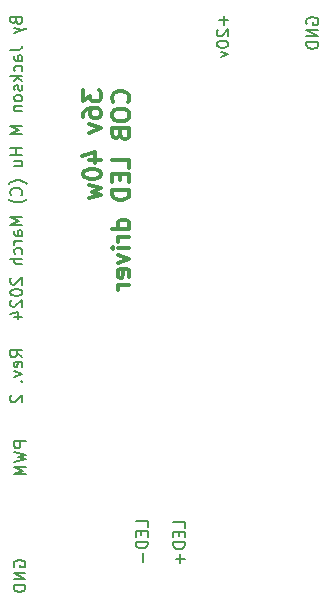
<source format=gbo>
G04 #@! TF.GenerationSoftware,KiCad,Pcbnew,8.0.0*
G04 #@! TF.CreationDate,2024-02-29T15:27:24+11:00*
G04 #@! TF.ProjectId,GingerLight,47696e67-6572-44c6-9967-68742e6b6963,rev?*
G04 #@! TF.SameCoordinates,Original*
G04 #@! TF.FileFunction,Legend,Bot*
G04 #@! TF.FilePolarity,Positive*
%FSLAX46Y46*%
G04 Gerber Fmt 4.6, Leading zero omitted, Abs format (unit mm)*
G04 Created by KiCad (PCBNEW 8.0.0) date 2024-02-29 15:27:24*
%MOMM*%
%LPD*%
G01*
G04 APERTURE LIST*
%ADD10C,0.150000*%
%ADD11C,0.300000*%
G04 APERTURE END LIST*
D10*
X138677438Y-134420588D02*
X138629819Y-134325350D01*
X138629819Y-134325350D02*
X138629819Y-134182493D01*
X138629819Y-134182493D02*
X138677438Y-134039636D01*
X138677438Y-134039636D02*
X138772676Y-133944398D01*
X138772676Y-133944398D02*
X138867914Y-133896779D01*
X138867914Y-133896779D02*
X139058390Y-133849160D01*
X139058390Y-133849160D02*
X139201247Y-133849160D01*
X139201247Y-133849160D02*
X139391723Y-133896779D01*
X139391723Y-133896779D02*
X139486961Y-133944398D01*
X139486961Y-133944398D02*
X139582200Y-134039636D01*
X139582200Y-134039636D02*
X139629819Y-134182493D01*
X139629819Y-134182493D02*
X139629819Y-134277731D01*
X139629819Y-134277731D02*
X139582200Y-134420588D01*
X139582200Y-134420588D02*
X139534580Y-134468207D01*
X139534580Y-134468207D02*
X139201247Y-134468207D01*
X139201247Y-134468207D02*
X139201247Y-134277731D01*
X139629819Y-134896779D02*
X138629819Y-134896779D01*
X138629819Y-134896779D02*
X139629819Y-135468207D01*
X139629819Y-135468207D02*
X138629819Y-135468207D01*
X139629819Y-135944398D02*
X138629819Y-135944398D01*
X138629819Y-135944398D02*
X138629819Y-136182493D01*
X138629819Y-136182493D02*
X138677438Y-136325350D01*
X138677438Y-136325350D02*
X138772676Y-136420588D01*
X138772676Y-136420588D02*
X138867914Y-136468207D01*
X138867914Y-136468207D02*
X139058390Y-136515826D01*
X139058390Y-136515826D02*
X139201247Y-136515826D01*
X139201247Y-136515826D02*
X139391723Y-136468207D01*
X139391723Y-136468207D02*
X139486961Y-136420588D01*
X139486961Y-136420588D02*
X139582200Y-136325350D01*
X139582200Y-136325350D02*
X139629819Y-136182493D01*
X139629819Y-136182493D02*
X139629819Y-135944398D01*
X138836009Y-88180112D02*
X138883628Y-88322969D01*
X138883628Y-88322969D02*
X138931247Y-88370588D01*
X138931247Y-88370588D02*
X139026485Y-88418207D01*
X139026485Y-88418207D02*
X139169342Y-88418207D01*
X139169342Y-88418207D02*
X139264580Y-88370588D01*
X139264580Y-88370588D02*
X139312200Y-88322969D01*
X139312200Y-88322969D02*
X139359819Y-88227731D01*
X139359819Y-88227731D02*
X139359819Y-87846779D01*
X139359819Y-87846779D02*
X138359819Y-87846779D01*
X138359819Y-87846779D02*
X138359819Y-88180112D01*
X138359819Y-88180112D02*
X138407438Y-88275350D01*
X138407438Y-88275350D02*
X138455057Y-88322969D01*
X138455057Y-88322969D02*
X138550295Y-88370588D01*
X138550295Y-88370588D02*
X138645533Y-88370588D01*
X138645533Y-88370588D02*
X138740771Y-88322969D01*
X138740771Y-88322969D02*
X138788390Y-88275350D01*
X138788390Y-88275350D02*
X138836009Y-88180112D01*
X138836009Y-88180112D02*
X138836009Y-87846779D01*
X138693152Y-88751541D02*
X139359819Y-88989636D01*
X138693152Y-89227731D02*
X139359819Y-88989636D01*
X139359819Y-88989636D02*
X139597914Y-88894398D01*
X139597914Y-88894398D02*
X139645533Y-88846779D01*
X139645533Y-88846779D02*
X139693152Y-88751541D01*
X138359819Y-90656303D02*
X139074104Y-90656303D01*
X139074104Y-90656303D02*
X139216961Y-90608684D01*
X139216961Y-90608684D02*
X139312200Y-90513446D01*
X139312200Y-90513446D02*
X139359819Y-90370589D01*
X139359819Y-90370589D02*
X139359819Y-90275351D01*
X139359819Y-91561065D02*
X138836009Y-91561065D01*
X138836009Y-91561065D02*
X138740771Y-91513446D01*
X138740771Y-91513446D02*
X138693152Y-91418208D01*
X138693152Y-91418208D02*
X138693152Y-91227732D01*
X138693152Y-91227732D02*
X138740771Y-91132494D01*
X139312200Y-91561065D02*
X139359819Y-91465827D01*
X139359819Y-91465827D02*
X139359819Y-91227732D01*
X139359819Y-91227732D02*
X139312200Y-91132494D01*
X139312200Y-91132494D02*
X139216961Y-91084875D01*
X139216961Y-91084875D02*
X139121723Y-91084875D01*
X139121723Y-91084875D02*
X139026485Y-91132494D01*
X139026485Y-91132494D02*
X138978866Y-91227732D01*
X138978866Y-91227732D02*
X138978866Y-91465827D01*
X138978866Y-91465827D02*
X138931247Y-91561065D01*
X139312200Y-92465827D02*
X139359819Y-92370589D01*
X139359819Y-92370589D02*
X139359819Y-92180113D01*
X139359819Y-92180113D02*
X139312200Y-92084875D01*
X139312200Y-92084875D02*
X139264580Y-92037256D01*
X139264580Y-92037256D02*
X139169342Y-91989637D01*
X139169342Y-91989637D02*
X138883628Y-91989637D01*
X138883628Y-91989637D02*
X138788390Y-92037256D01*
X138788390Y-92037256D02*
X138740771Y-92084875D01*
X138740771Y-92084875D02*
X138693152Y-92180113D01*
X138693152Y-92180113D02*
X138693152Y-92370589D01*
X138693152Y-92370589D02*
X138740771Y-92465827D01*
X139359819Y-92894399D02*
X138359819Y-92894399D01*
X138978866Y-92989637D02*
X139359819Y-93275351D01*
X138693152Y-93275351D02*
X139074104Y-92894399D01*
X139312200Y-93656304D02*
X139359819Y-93751542D01*
X139359819Y-93751542D02*
X139359819Y-93942018D01*
X139359819Y-93942018D02*
X139312200Y-94037256D01*
X139312200Y-94037256D02*
X139216961Y-94084875D01*
X139216961Y-94084875D02*
X139169342Y-94084875D01*
X139169342Y-94084875D02*
X139074104Y-94037256D01*
X139074104Y-94037256D02*
X139026485Y-93942018D01*
X139026485Y-93942018D02*
X139026485Y-93799161D01*
X139026485Y-93799161D02*
X138978866Y-93703923D01*
X138978866Y-93703923D02*
X138883628Y-93656304D01*
X138883628Y-93656304D02*
X138836009Y-93656304D01*
X138836009Y-93656304D02*
X138740771Y-93703923D01*
X138740771Y-93703923D02*
X138693152Y-93799161D01*
X138693152Y-93799161D02*
X138693152Y-93942018D01*
X138693152Y-93942018D02*
X138740771Y-94037256D01*
X139359819Y-94656304D02*
X139312200Y-94561066D01*
X139312200Y-94561066D02*
X139264580Y-94513447D01*
X139264580Y-94513447D02*
X139169342Y-94465828D01*
X139169342Y-94465828D02*
X138883628Y-94465828D01*
X138883628Y-94465828D02*
X138788390Y-94513447D01*
X138788390Y-94513447D02*
X138740771Y-94561066D01*
X138740771Y-94561066D02*
X138693152Y-94656304D01*
X138693152Y-94656304D02*
X138693152Y-94799161D01*
X138693152Y-94799161D02*
X138740771Y-94894399D01*
X138740771Y-94894399D02*
X138788390Y-94942018D01*
X138788390Y-94942018D02*
X138883628Y-94989637D01*
X138883628Y-94989637D02*
X139169342Y-94989637D01*
X139169342Y-94989637D02*
X139264580Y-94942018D01*
X139264580Y-94942018D02*
X139312200Y-94894399D01*
X139312200Y-94894399D02*
X139359819Y-94799161D01*
X139359819Y-94799161D02*
X139359819Y-94656304D01*
X138693152Y-95418209D02*
X139359819Y-95418209D01*
X138788390Y-95418209D02*
X138740771Y-95465828D01*
X138740771Y-95465828D02*
X138693152Y-95561066D01*
X138693152Y-95561066D02*
X138693152Y-95703923D01*
X138693152Y-95703923D02*
X138740771Y-95799161D01*
X138740771Y-95799161D02*
X138836009Y-95846780D01*
X138836009Y-95846780D02*
X139359819Y-95846780D01*
X139359819Y-97084876D02*
X138359819Y-97084876D01*
X138359819Y-97084876D02*
X139074104Y-97418209D01*
X139074104Y-97418209D02*
X138359819Y-97751542D01*
X138359819Y-97751542D02*
X139359819Y-97751542D01*
X139359819Y-98989638D02*
X138359819Y-98989638D01*
X138836009Y-98989638D02*
X138836009Y-99561066D01*
X139359819Y-99561066D02*
X138359819Y-99561066D01*
X138693152Y-100465828D02*
X139359819Y-100465828D01*
X138693152Y-100037257D02*
X139216961Y-100037257D01*
X139216961Y-100037257D02*
X139312200Y-100084876D01*
X139312200Y-100084876D02*
X139359819Y-100180114D01*
X139359819Y-100180114D02*
X139359819Y-100322971D01*
X139359819Y-100322971D02*
X139312200Y-100418209D01*
X139312200Y-100418209D02*
X139264580Y-100465828D01*
X139740771Y-101989638D02*
X139693152Y-101942019D01*
X139693152Y-101942019D02*
X139550295Y-101846781D01*
X139550295Y-101846781D02*
X139455057Y-101799162D01*
X139455057Y-101799162D02*
X139312200Y-101751543D01*
X139312200Y-101751543D02*
X139074104Y-101703924D01*
X139074104Y-101703924D02*
X138883628Y-101703924D01*
X138883628Y-101703924D02*
X138645533Y-101751543D01*
X138645533Y-101751543D02*
X138502676Y-101799162D01*
X138502676Y-101799162D02*
X138407438Y-101846781D01*
X138407438Y-101846781D02*
X138264580Y-101942019D01*
X138264580Y-101942019D02*
X138216961Y-101989638D01*
X139264580Y-102942019D02*
X139312200Y-102894400D01*
X139312200Y-102894400D02*
X139359819Y-102751543D01*
X139359819Y-102751543D02*
X139359819Y-102656305D01*
X139359819Y-102656305D02*
X139312200Y-102513448D01*
X139312200Y-102513448D02*
X139216961Y-102418210D01*
X139216961Y-102418210D02*
X139121723Y-102370591D01*
X139121723Y-102370591D02*
X138931247Y-102322972D01*
X138931247Y-102322972D02*
X138788390Y-102322972D01*
X138788390Y-102322972D02*
X138597914Y-102370591D01*
X138597914Y-102370591D02*
X138502676Y-102418210D01*
X138502676Y-102418210D02*
X138407438Y-102513448D01*
X138407438Y-102513448D02*
X138359819Y-102656305D01*
X138359819Y-102656305D02*
X138359819Y-102751543D01*
X138359819Y-102751543D02*
X138407438Y-102894400D01*
X138407438Y-102894400D02*
X138455057Y-102942019D01*
X139740771Y-103275353D02*
X139693152Y-103322972D01*
X139693152Y-103322972D02*
X139550295Y-103418210D01*
X139550295Y-103418210D02*
X139455057Y-103465829D01*
X139455057Y-103465829D02*
X139312200Y-103513448D01*
X139312200Y-103513448D02*
X139074104Y-103561067D01*
X139074104Y-103561067D02*
X138883628Y-103561067D01*
X138883628Y-103561067D02*
X138645533Y-103513448D01*
X138645533Y-103513448D02*
X138502676Y-103465829D01*
X138502676Y-103465829D02*
X138407438Y-103418210D01*
X138407438Y-103418210D02*
X138264580Y-103322972D01*
X138264580Y-103322972D02*
X138216961Y-103275353D01*
X139359819Y-104799163D02*
X138359819Y-104799163D01*
X138359819Y-104799163D02*
X139074104Y-105132496D01*
X139074104Y-105132496D02*
X138359819Y-105465829D01*
X138359819Y-105465829D02*
X139359819Y-105465829D01*
X139359819Y-106370591D02*
X138836009Y-106370591D01*
X138836009Y-106370591D02*
X138740771Y-106322972D01*
X138740771Y-106322972D02*
X138693152Y-106227734D01*
X138693152Y-106227734D02*
X138693152Y-106037258D01*
X138693152Y-106037258D02*
X138740771Y-105942020D01*
X139312200Y-106370591D02*
X139359819Y-106275353D01*
X139359819Y-106275353D02*
X139359819Y-106037258D01*
X139359819Y-106037258D02*
X139312200Y-105942020D01*
X139312200Y-105942020D02*
X139216961Y-105894401D01*
X139216961Y-105894401D02*
X139121723Y-105894401D01*
X139121723Y-105894401D02*
X139026485Y-105942020D01*
X139026485Y-105942020D02*
X138978866Y-106037258D01*
X138978866Y-106037258D02*
X138978866Y-106275353D01*
X138978866Y-106275353D02*
X138931247Y-106370591D01*
X139359819Y-106846782D02*
X138693152Y-106846782D01*
X138883628Y-106846782D02*
X138788390Y-106894401D01*
X138788390Y-106894401D02*
X138740771Y-106942020D01*
X138740771Y-106942020D02*
X138693152Y-107037258D01*
X138693152Y-107037258D02*
X138693152Y-107132496D01*
X139312200Y-107894401D02*
X139359819Y-107799163D01*
X139359819Y-107799163D02*
X139359819Y-107608687D01*
X139359819Y-107608687D02*
X139312200Y-107513449D01*
X139312200Y-107513449D02*
X139264580Y-107465830D01*
X139264580Y-107465830D02*
X139169342Y-107418211D01*
X139169342Y-107418211D02*
X138883628Y-107418211D01*
X138883628Y-107418211D02*
X138788390Y-107465830D01*
X138788390Y-107465830D02*
X138740771Y-107513449D01*
X138740771Y-107513449D02*
X138693152Y-107608687D01*
X138693152Y-107608687D02*
X138693152Y-107799163D01*
X138693152Y-107799163D02*
X138740771Y-107894401D01*
X139359819Y-108322973D02*
X138359819Y-108322973D01*
X139359819Y-108751544D02*
X138836009Y-108751544D01*
X138836009Y-108751544D02*
X138740771Y-108703925D01*
X138740771Y-108703925D02*
X138693152Y-108608687D01*
X138693152Y-108608687D02*
X138693152Y-108465830D01*
X138693152Y-108465830D02*
X138740771Y-108370592D01*
X138740771Y-108370592D02*
X138788390Y-108322973D01*
X138455057Y-109942021D02*
X138407438Y-109989640D01*
X138407438Y-109989640D02*
X138359819Y-110084878D01*
X138359819Y-110084878D02*
X138359819Y-110322973D01*
X138359819Y-110322973D02*
X138407438Y-110418211D01*
X138407438Y-110418211D02*
X138455057Y-110465830D01*
X138455057Y-110465830D02*
X138550295Y-110513449D01*
X138550295Y-110513449D02*
X138645533Y-110513449D01*
X138645533Y-110513449D02*
X138788390Y-110465830D01*
X138788390Y-110465830D02*
X139359819Y-109894402D01*
X139359819Y-109894402D02*
X139359819Y-110513449D01*
X138359819Y-111132497D02*
X138359819Y-111227735D01*
X138359819Y-111227735D02*
X138407438Y-111322973D01*
X138407438Y-111322973D02*
X138455057Y-111370592D01*
X138455057Y-111370592D02*
X138550295Y-111418211D01*
X138550295Y-111418211D02*
X138740771Y-111465830D01*
X138740771Y-111465830D02*
X138978866Y-111465830D01*
X138978866Y-111465830D02*
X139169342Y-111418211D01*
X139169342Y-111418211D02*
X139264580Y-111370592D01*
X139264580Y-111370592D02*
X139312200Y-111322973D01*
X139312200Y-111322973D02*
X139359819Y-111227735D01*
X139359819Y-111227735D02*
X139359819Y-111132497D01*
X139359819Y-111132497D02*
X139312200Y-111037259D01*
X139312200Y-111037259D02*
X139264580Y-110989640D01*
X139264580Y-110989640D02*
X139169342Y-110942021D01*
X139169342Y-110942021D02*
X138978866Y-110894402D01*
X138978866Y-110894402D02*
X138740771Y-110894402D01*
X138740771Y-110894402D02*
X138550295Y-110942021D01*
X138550295Y-110942021D02*
X138455057Y-110989640D01*
X138455057Y-110989640D02*
X138407438Y-111037259D01*
X138407438Y-111037259D02*
X138359819Y-111132497D01*
X138455057Y-111846783D02*
X138407438Y-111894402D01*
X138407438Y-111894402D02*
X138359819Y-111989640D01*
X138359819Y-111989640D02*
X138359819Y-112227735D01*
X138359819Y-112227735D02*
X138407438Y-112322973D01*
X138407438Y-112322973D02*
X138455057Y-112370592D01*
X138455057Y-112370592D02*
X138550295Y-112418211D01*
X138550295Y-112418211D02*
X138645533Y-112418211D01*
X138645533Y-112418211D02*
X138788390Y-112370592D01*
X138788390Y-112370592D02*
X139359819Y-111799164D01*
X139359819Y-111799164D02*
X139359819Y-112418211D01*
X138693152Y-113275354D02*
X139359819Y-113275354D01*
X138312200Y-113037259D02*
X139026485Y-112799164D01*
X139026485Y-112799164D02*
X139026485Y-113418211D01*
X139359819Y-116656307D02*
X138883628Y-116322974D01*
X139359819Y-116084879D02*
X138359819Y-116084879D01*
X138359819Y-116084879D02*
X138359819Y-116465831D01*
X138359819Y-116465831D02*
X138407438Y-116561069D01*
X138407438Y-116561069D02*
X138455057Y-116608688D01*
X138455057Y-116608688D02*
X138550295Y-116656307D01*
X138550295Y-116656307D02*
X138693152Y-116656307D01*
X138693152Y-116656307D02*
X138788390Y-116608688D01*
X138788390Y-116608688D02*
X138836009Y-116561069D01*
X138836009Y-116561069D02*
X138883628Y-116465831D01*
X138883628Y-116465831D02*
X138883628Y-116084879D01*
X139312200Y-117465831D02*
X139359819Y-117370593D01*
X139359819Y-117370593D02*
X139359819Y-117180117D01*
X139359819Y-117180117D02*
X139312200Y-117084879D01*
X139312200Y-117084879D02*
X139216961Y-117037260D01*
X139216961Y-117037260D02*
X138836009Y-117037260D01*
X138836009Y-117037260D02*
X138740771Y-117084879D01*
X138740771Y-117084879D02*
X138693152Y-117180117D01*
X138693152Y-117180117D02*
X138693152Y-117370593D01*
X138693152Y-117370593D02*
X138740771Y-117465831D01*
X138740771Y-117465831D02*
X138836009Y-117513450D01*
X138836009Y-117513450D02*
X138931247Y-117513450D01*
X138931247Y-117513450D02*
X139026485Y-117037260D01*
X138693152Y-117846784D02*
X139359819Y-118084879D01*
X139359819Y-118084879D02*
X138693152Y-118322974D01*
X139264580Y-118703927D02*
X139312200Y-118751546D01*
X139312200Y-118751546D02*
X139359819Y-118703927D01*
X139359819Y-118703927D02*
X139312200Y-118656308D01*
X139312200Y-118656308D02*
X139264580Y-118703927D01*
X139264580Y-118703927D02*
X139359819Y-118703927D01*
X138455057Y-119894403D02*
X138407438Y-119942022D01*
X138407438Y-119942022D02*
X138359819Y-120037260D01*
X138359819Y-120037260D02*
X138359819Y-120275355D01*
X138359819Y-120275355D02*
X138407438Y-120370593D01*
X138407438Y-120370593D02*
X138455057Y-120418212D01*
X138455057Y-120418212D02*
X138550295Y-120465831D01*
X138550295Y-120465831D02*
X138645533Y-120465831D01*
X138645533Y-120465831D02*
X138788390Y-120418212D01*
X138788390Y-120418212D02*
X139359819Y-119846784D01*
X139359819Y-119846784D02*
X139359819Y-120465831D01*
X149979819Y-131042969D02*
X149979819Y-130566779D01*
X149979819Y-130566779D02*
X148979819Y-130566779D01*
X149456009Y-131376303D02*
X149456009Y-131709636D01*
X149979819Y-131852493D02*
X149979819Y-131376303D01*
X149979819Y-131376303D02*
X148979819Y-131376303D01*
X148979819Y-131376303D02*
X148979819Y-131852493D01*
X149979819Y-132281065D02*
X148979819Y-132281065D01*
X148979819Y-132281065D02*
X148979819Y-132519160D01*
X148979819Y-132519160D02*
X149027438Y-132662017D01*
X149027438Y-132662017D02*
X149122676Y-132757255D01*
X149122676Y-132757255D02*
X149217914Y-132804874D01*
X149217914Y-132804874D02*
X149408390Y-132852493D01*
X149408390Y-132852493D02*
X149551247Y-132852493D01*
X149551247Y-132852493D02*
X149741723Y-132804874D01*
X149741723Y-132804874D02*
X149836961Y-132757255D01*
X149836961Y-132757255D02*
X149932200Y-132662017D01*
X149932200Y-132662017D02*
X149979819Y-132519160D01*
X149979819Y-132519160D02*
X149979819Y-132281065D01*
X149598866Y-133281065D02*
X149598866Y-134042970D01*
X163477438Y-88450588D02*
X163429819Y-88355350D01*
X163429819Y-88355350D02*
X163429819Y-88212493D01*
X163429819Y-88212493D02*
X163477438Y-88069636D01*
X163477438Y-88069636D02*
X163572676Y-87974398D01*
X163572676Y-87974398D02*
X163667914Y-87926779D01*
X163667914Y-87926779D02*
X163858390Y-87879160D01*
X163858390Y-87879160D02*
X164001247Y-87879160D01*
X164001247Y-87879160D02*
X164191723Y-87926779D01*
X164191723Y-87926779D02*
X164286961Y-87974398D01*
X164286961Y-87974398D02*
X164382200Y-88069636D01*
X164382200Y-88069636D02*
X164429819Y-88212493D01*
X164429819Y-88212493D02*
X164429819Y-88307731D01*
X164429819Y-88307731D02*
X164382200Y-88450588D01*
X164382200Y-88450588D02*
X164334580Y-88498207D01*
X164334580Y-88498207D02*
X164001247Y-88498207D01*
X164001247Y-88498207D02*
X164001247Y-88307731D01*
X164429819Y-88926779D02*
X163429819Y-88926779D01*
X163429819Y-88926779D02*
X164429819Y-89498207D01*
X164429819Y-89498207D02*
X163429819Y-89498207D01*
X164429819Y-89974398D02*
X163429819Y-89974398D01*
X163429819Y-89974398D02*
X163429819Y-90212493D01*
X163429819Y-90212493D02*
X163477438Y-90355350D01*
X163477438Y-90355350D02*
X163572676Y-90450588D01*
X163572676Y-90450588D02*
X163667914Y-90498207D01*
X163667914Y-90498207D02*
X163858390Y-90545826D01*
X163858390Y-90545826D02*
X164001247Y-90545826D01*
X164001247Y-90545826D02*
X164191723Y-90498207D01*
X164191723Y-90498207D02*
X164286961Y-90450588D01*
X164286961Y-90450588D02*
X164382200Y-90355350D01*
X164382200Y-90355350D02*
X164429819Y-90212493D01*
X164429819Y-90212493D02*
X164429819Y-89974398D01*
X156438866Y-87736779D02*
X156438866Y-88498684D01*
X156819819Y-88117731D02*
X156057914Y-88117731D01*
X155915057Y-88927255D02*
X155867438Y-88974874D01*
X155867438Y-88974874D02*
X155819819Y-89070112D01*
X155819819Y-89070112D02*
X155819819Y-89308207D01*
X155819819Y-89308207D02*
X155867438Y-89403445D01*
X155867438Y-89403445D02*
X155915057Y-89451064D01*
X155915057Y-89451064D02*
X156010295Y-89498683D01*
X156010295Y-89498683D02*
X156105533Y-89498683D01*
X156105533Y-89498683D02*
X156248390Y-89451064D01*
X156248390Y-89451064D02*
X156819819Y-88879636D01*
X156819819Y-88879636D02*
X156819819Y-89498683D01*
X155819819Y-90117731D02*
X155819819Y-90212969D01*
X155819819Y-90212969D02*
X155867438Y-90308207D01*
X155867438Y-90308207D02*
X155915057Y-90355826D01*
X155915057Y-90355826D02*
X156010295Y-90403445D01*
X156010295Y-90403445D02*
X156200771Y-90451064D01*
X156200771Y-90451064D02*
X156438866Y-90451064D01*
X156438866Y-90451064D02*
X156629342Y-90403445D01*
X156629342Y-90403445D02*
X156724580Y-90355826D01*
X156724580Y-90355826D02*
X156772200Y-90308207D01*
X156772200Y-90308207D02*
X156819819Y-90212969D01*
X156819819Y-90212969D02*
X156819819Y-90117731D01*
X156819819Y-90117731D02*
X156772200Y-90022493D01*
X156772200Y-90022493D02*
X156724580Y-89974874D01*
X156724580Y-89974874D02*
X156629342Y-89927255D01*
X156629342Y-89927255D02*
X156438866Y-89879636D01*
X156438866Y-89879636D02*
X156200771Y-89879636D01*
X156200771Y-89879636D02*
X156010295Y-89927255D01*
X156010295Y-89927255D02*
X155915057Y-89974874D01*
X155915057Y-89974874D02*
X155867438Y-90022493D01*
X155867438Y-90022493D02*
X155819819Y-90117731D01*
X156153152Y-90784398D02*
X156819819Y-91022493D01*
X156819819Y-91022493D02*
X156153152Y-91260588D01*
D11*
X144525912Y-94081653D02*
X144525912Y-95010225D01*
X144525912Y-95010225D02*
X145097341Y-94510225D01*
X145097341Y-94510225D02*
X145097341Y-94724510D01*
X145097341Y-94724510D02*
X145168769Y-94867368D01*
X145168769Y-94867368D02*
X145240198Y-94938796D01*
X145240198Y-94938796D02*
X145383055Y-95010225D01*
X145383055Y-95010225D02*
X145740198Y-95010225D01*
X145740198Y-95010225D02*
X145883055Y-94938796D01*
X145883055Y-94938796D02*
X145954484Y-94867368D01*
X145954484Y-94867368D02*
X146025912Y-94724510D01*
X146025912Y-94724510D02*
X146025912Y-94295939D01*
X146025912Y-94295939D02*
X145954484Y-94153082D01*
X145954484Y-94153082D02*
X145883055Y-94081653D01*
X144525912Y-96295939D02*
X144525912Y-96010224D01*
X144525912Y-96010224D02*
X144597341Y-95867367D01*
X144597341Y-95867367D02*
X144668769Y-95795939D01*
X144668769Y-95795939D02*
X144883055Y-95653081D01*
X144883055Y-95653081D02*
X145168769Y-95581653D01*
X145168769Y-95581653D02*
X145740198Y-95581653D01*
X145740198Y-95581653D02*
X145883055Y-95653081D01*
X145883055Y-95653081D02*
X145954484Y-95724510D01*
X145954484Y-95724510D02*
X146025912Y-95867367D01*
X146025912Y-95867367D02*
X146025912Y-96153081D01*
X146025912Y-96153081D02*
X145954484Y-96295939D01*
X145954484Y-96295939D02*
X145883055Y-96367367D01*
X145883055Y-96367367D02*
X145740198Y-96438796D01*
X145740198Y-96438796D02*
X145383055Y-96438796D01*
X145383055Y-96438796D02*
X145240198Y-96367367D01*
X145240198Y-96367367D02*
X145168769Y-96295939D01*
X145168769Y-96295939D02*
X145097341Y-96153081D01*
X145097341Y-96153081D02*
X145097341Y-95867367D01*
X145097341Y-95867367D02*
X145168769Y-95724510D01*
X145168769Y-95724510D02*
X145240198Y-95653081D01*
X145240198Y-95653081D02*
X145383055Y-95581653D01*
X145025912Y-96938795D02*
X146025912Y-97295938D01*
X146025912Y-97295938D02*
X145025912Y-97653081D01*
X145025912Y-100010224D02*
X146025912Y-100010224D01*
X144454484Y-99653081D02*
X145525912Y-99295938D01*
X145525912Y-99295938D02*
X145525912Y-100224509D01*
X144525912Y-101081652D02*
X144525912Y-101224509D01*
X144525912Y-101224509D02*
X144597341Y-101367366D01*
X144597341Y-101367366D02*
X144668769Y-101438795D01*
X144668769Y-101438795D02*
X144811626Y-101510223D01*
X144811626Y-101510223D02*
X145097341Y-101581652D01*
X145097341Y-101581652D02*
X145454484Y-101581652D01*
X145454484Y-101581652D02*
X145740198Y-101510223D01*
X145740198Y-101510223D02*
X145883055Y-101438795D01*
X145883055Y-101438795D02*
X145954484Y-101367366D01*
X145954484Y-101367366D02*
X146025912Y-101224509D01*
X146025912Y-101224509D02*
X146025912Y-101081652D01*
X146025912Y-101081652D02*
X145954484Y-100938795D01*
X145954484Y-100938795D02*
X145883055Y-100867366D01*
X145883055Y-100867366D02*
X145740198Y-100795937D01*
X145740198Y-100795937D02*
X145454484Y-100724509D01*
X145454484Y-100724509D02*
X145097341Y-100724509D01*
X145097341Y-100724509D02*
X144811626Y-100795937D01*
X144811626Y-100795937D02*
X144668769Y-100867366D01*
X144668769Y-100867366D02*
X144597341Y-100938795D01*
X144597341Y-100938795D02*
X144525912Y-101081652D01*
X145025912Y-102081651D02*
X146025912Y-102367366D01*
X146025912Y-102367366D02*
X145311626Y-102653080D01*
X145311626Y-102653080D02*
X146025912Y-102938794D01*
X146025912Y-102938794D02*
X145025912Y-103224508D01*
X148297971Y-95081653D02*
X148369400Y-95010225D01*
X148369400Y-95010225D02*
X148440828Y-94795939D01*
X148440828Y-94795939D02*
X148440828Y-94653082D01*
X148440828Y-94653082D02*
X148369400Y-94438796D01*
X148369400Y-94438796D02*
X148226542Y-94295939D01*
X148226542Y-94295939D02*
X148083685Y-94224510D01*
X148083685Y-94224510D02*
X147797971Y-94153082D01*
X147797971Y-94153082D02*
X147583685Y-94153082D01*
X147583685Y-94153082D02*
X147297971Y-94224510D01*
X147297971Y-94224510D02*
X147155114Y-94295939D01*
X147155114Y-94295939D02*
X147012257Y-94438796D01*
X147012257Y-94438796D02*
X146940828Y-94653082D01*
X146940828Y-94653082D02*
X146940828Y-94795939D01*
X146940828Y-94795939D02*
X147012257Y-95010225D01*
X147012257Y-95010225D02*
X147083685Y-95081653D01*
X146940828Y-96010225D02*
X146940828Y-96295939D01*
X146940828Y-96295939D02*
X147012257Y-96438796D01*
X147012257Y-96438796D02*
X147155114Y-96581653D01*
X147155114Y-96581653D02*
X147440828Y-96653082D01*
X147440828Y-96653082D02*
X147940828Y-96653082D01*
X147940828Y-96653082D02*
X148226542Y-96581653D01*
X148226542Y-96581653D02*
X148369400Y-96438796D01*
X148369400Y-96438796D02*
X148440828Y-96295939D01*
X148440828Y-96295939D02*
X148440828Y-96010225D01*
X148440828Y-96010225D02*
X148369400Y-95867368D01*
X148369400Y-95867368D02*
X148226542Y-95724510D01*
X148226542Y-95724510D02*
X147940828Y-95653082D01*
X147940828Y-95653082D02*
X147440828Y-95653082D01*
X147440828Y-95653082D02*
X147155114Y-95724510D01*
X147155114Y-95724510D02*
X147012257Y-95867368D01*
X147012257Y-95867368D02*
X146940828Y-96010225D01*
X147655114Y-97795939D02*
X147726542Y-98010225D01*
X147726542Y-98010225D02*
X147797971Y-98081654D01*
X147797971Y-98081654D02*
X147940828Y-98153082D01*
X147940828Y-98153082D02*
X148155114Y-98153082D01*
X148155114Y-98153082D02*
X148297971Y-98081654D01*
X148297971Y-98081654D02*
X148369400Y-98010225D01*
X148369400Y-98010225D02*
X148440828Y-97867368D01*
X148440828Y-97867368D02*
X148440828Y-97295939D01*
X148440828Y-97295939D02*
X146940828Y-97295939D01*
X146940828Y-97295939D02*
X146940828Y-97795939D01*
X146940828Y-97795939D02*
X147012257Y-97938797D01*
X147012257Y-97938797D02*
X147083685Y-98010225D01*
X147083685Y-98010225D02*
X147226542Y-98081654D01*
X147226542Y-98081654D02*
X147369400Y-98081654D01*
X147369400Y-98081654D02*
X147512257Y-98010225D01*
X147512257Y-98010225D02*
X147583685Y-97938797D01*
X147583685Y-97938797D02*
X147655114Y-97795939D01*
X147655114Y-97795939D02*
X147655114Y-97295939D01*
X148440828Y-100653082D02*
X148440828Y-99938796D01*
X148440828Y-99938796D02*
X146940828Y-99938796D01*
X147655114Y-101153082D02*
X147655114Y-101653082D01*
X148440828Y-101867368D02*
X148440828Y-101153082D01*
X148440828Y-101153082D02*
X146940828Y-101153082D01*
X146940828Y-101153082D02*
X146940828Y-101867368D01*
X148440828Y-102510225D02*
X146940828Y-102510225D01*
X146940828Y-102510225D02*
X146940828Y-102867368D01*
X146940828Y-102867368D02*
X147012257Y-103081654D01*
X147012257Y-103081654D02*
X147155114Y-103224511D01*
X147155114Y-103224511D02*
X147297971Y-103295940D01*
X147297971Y-103295940D02*
X147583685Y-103367368D01*
X147583685Y-103367368D02*
X147797971Y-103367368D01*
X147797971Y-103367368D02*
X148083685Y-103295940D01*
X148083685Y-103295940D02*
X148226542Y-103224511D01*
X148226542Y-103224511D02*
X148369400Y-103081654D01*
X148369400Y-103081654D02*
X148440828Y-102867368D01*
X148440828Y-102867368D02*
X148440828Y-102510225D01*
X148440828Y-105795940D02*
X146940828Y-105795940D01*
X148369400Y-105795940D02*
X148440828Y-105653082D01*
X148440828Y-105653082D02*
X148440828Y-105367368D01*
X148440828Y-105367368D02*
X148369400Y-105224511D01*
X148369400Y-105224511D02*
X148297971Y-105153082D01*
X148297971Y-105153082D02*
X148155114Y-105081654D01*
X148155114Y-105081654D02*
X147726542Y-105081654D01*
X147726542Y-105081654D02*
X147583685Y-105153082D01*
X147583685Y-105153082D02*
X147512257Y-105224511D01*
X147512257Y-105224511D02*
X147440828Y-105367368D01*
X147440828Y-105367368D02*
X147440828Y-105653082D01*
X147440828Y-105653082D02*
X147512257Y-105795940D01*
X148440828Y-106510225D02*
X147440828Y-106510225D01*
X147726542Y-106510225D02*
X147583685Y-106581654D01*
X147583685Y-106581654D02*
X147512257Y-106653083D01*
X147512257Y-106653083D02*
X147440828Y-106795940D01*
X147440828Y-106795940D02*
X147440828Y-106938797D01*
X148440828Y-107438796D02*
X147440828Y-107438796D01*
X146940828Y-107438796D02*
X147012257Y-107367368D01*
X147012257Y-107367368D02*
X147083685Y-107438796D01*
X147083685Y-107438796D02*
X147012257Y-107510225D01*
X147012257Y-107510225D02*
X146940828Y-107438796D01*
X146940828Y-107438796D02*
X147083685Y-107438796D01*
X147440828Y-108010225D02*
X148440828Y-108367368D01*
X148440828Y-108367368D02*
X147440828Y-108724511D01*
X148369400Y-109867368D02*
X148440828Y-109724511D01*
X148440828Y-109724511D02*
X148440828Y-109438797D01*
X148440828Y-109438797D02*
X148369400Y-109295939D01*
X148369400Y-109295939D02*
X148226542Y-109224511D01*
X148226542Y-109224511D02*
X147655114Y-109224511D01*
X147655114Y-109224511D02*
X147512257Y-109295939D01*
X147512257Y-109295939D02*
X147440828Y-109438797D01*
X147440828Y-109438797D02*
X147440828Y-109724511D01*
X147440828Y-109724511D02*
X147512257Y-109867368D01*
X147512257Y-109867368D02*
X147655114Y-109938797D01*
X147655114Y-109938797D02*
X147797971Y-109938797D01*
X147797971Y-109938797D02*
X147940828Y-109224511D01*
X148440828Y-110581653D02*
X147440828Y-110581653D01*
X147726542Y-110581653D02*
X147583685Y-110653082D01*
X147583685Y-110653082D02*
X147512257Y-110724511D01*
X147512257Y-110724511D02*
X147440828Y-110867368D01*
X147440828Y-110867368D02*
X147440828Y-111010225D01*
D10*
X139689819Y-123786779D02*
X138689819Y-123786779D01*
X138689819Y-123786779D02*
X138689819Y-124167731D01*
X138689819Y-124167731D02*
X138737438Y-124262969D01*
X138737438Y-124262969D02*
X138785057Y-124310588D01*
X138785057Y-124310588D02*
X138880295Y-124358207D01*
X138880295Y-124358207D02*
X139023152Y-124358207D01*
X139023152Y-124358207D02*
X139118390Y-124310588D01*
X139118390Y-124310588D02*
X139166009Y-124262969D01*
X139166009Y-124262969D02*
X139213628Y-124167731D01*
X139213628Y-124167731D02*
X139213628Y-123786779D01*
X138689819Y-124691541D02*
X139689819Y-124929636D01*
X139689819Y-124929636D02*
X138975533Y-125120112D01*
X138975533Y-125120112D02*
X139689819Y-125310588D01*
X139689819Y-125310588D02*
X138689819Y-125548684D01*
X139689819Y-125929636D02*
X138689819Y-125929636D01*
X138689819Y-125929636D02*
X139404104Y-126262969D01*
X139404104Y-126262969D02*
X138689819Y-126596302D01*
X138689819Y-126596302D02*
X139689819Y-126596302D01*
X153129819Y-131102969D02*
X153129819Y-130626779D01*
X153129819Y-130626779D02*
X152129819Y-130626779D01*
X152606009Y-131436303D02*
X152606009Y-131769636D01*
X153129819Y-131912493D02*
X153129819Y-131436303D01*
X153129819Y-131436303D02*
X152129819Y-131436303D01*
X152129819Y-131436303D02*
X152129819Y-131912493D01*
X153129819Y-132341065D02*
X152129819Y-132341065D01*
X152129819Y-132341065D02*
X152129819Y-132579160D01*
X152129819Y-132579160D02*
X152177438Y-132722017D01*
X152177438Y-132722017D02*
X152272676Y-132817255D01*
X152272676Y-132817255D02*
X152367914Y-132864874D01*
X152367914Y-132864874D02*
X152558390Y-132912493D01*
X152558390Y-132912493D02*
X152701247Y-132912493D01*
X152701247Y-132912493D02*
X152891723Y-132864874D01*
X152891723Y-132864874D02*
X152986961Y-132817255D01*
X152986961Y-132817255D02*
X153082200Y-132722017D01*
X153082200Y-132722017D02*
X153129819Y-132579160D01*
X153129819Y-132579160D02*
X153129819Y-132341065D01*
X152748866Y-133341065D02*
X152748866Y-134102970D01*
X153129819Y-133722017D02*
X152367914Y-133722017D01*
M02*

</source>
